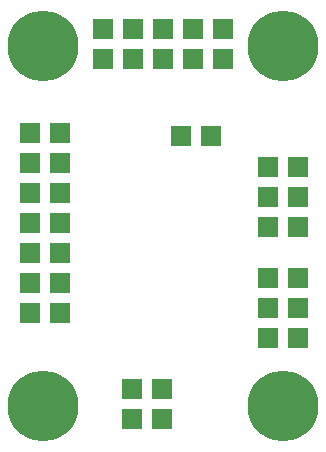
<source format=gbr>
G04 #@! TF.FileFunction,Soldermask,Top*
%FSLAX46Y46*%
G04 Gerber Fmt 4.6, Leading zero omitted, Abs format (unit mm)*
G04 Created by KiCad (PCBNEW 0.201503110816+5502~22~ubuntu14.04.1-product) date St 11. březen 2015, 22:28:45 CET*
%MOMM*%
G01*
G04 APERTURE LIST*
%ADD10C,0.100000*%
%ADD11R,1.651000X1.651000*%
%ADD12C,6.000000*%
G04 APERTURE END LIST*
D10*
D11*
X26670000Y20193000D03*
X26670000Y22733000D03*
X26670000Y25273000D03*
X24130000Y25273000D03*
X24130000Y22733000D03*
X24130000Y20193000D03*
X26670000Y10795000D03*
X26670000Y13335000D03*
X26670000Y15875000D03*
X24130000Y15875000D03*
X24130000Y13335000D03*
X24130000Y10795000D03*
X6477000Y28194000D03*
X3937000Y12954000D03*
X6477000Y25654000D03*
X3937000Y18034000D03*
X3937000Y25654000D03*
X6477000Y23114000D03*
X6477000Y18034000D03*
X3937000Y20574000D03*
X6477000Y12954000D03*
X6477000Y15494000D03*
X6477000Y20574000D03*
X3937000Y23114000D03*
X3937000Y15494000D03*
X3937000Y28194000D03*
X17780000Y34417000D03*
X10160000Y36957000D03*
X15240000Y36957000D03*
X10160000Y34417000D03*
X20320000Y36957000D03*
X17780000Y36957000D03*
X12700000Y36957000D03*
X20320000Y34417000D03*
X12700000Y34417000D03*
X15240000Y34417000D03*
D12*
X25400000Y5080000D03*
X5080000Y35560000D03*
X5080000Y5080000D03*
X25400000Y35560000D03*
D11*
X16764000Y27940000D03*
X19304000Y27940000D03*
X12573000Y6477000D03*
X12573000Y3937000D03*
X15113000Y3937000D03*
X15113000Y6477000D03*
M02*

</source>
